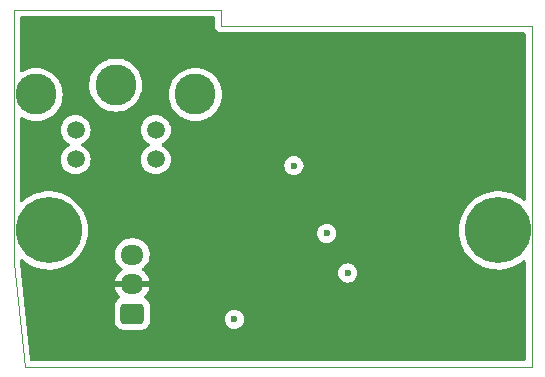
<source format=gbr>
G04 #@! TF.GenerationSoftware,KiCad,Pcbnew,(6.0.10)*
G04 #@! TF.CreationDate,2023-01-19T02:18:08+01:00*
G04 #@! TF.ProjectId,S-VHS ZX Spectrum Rev. D,532d5648-5320-45a5-9820-537065637472,rev?*
G04 #@! TF.SameCoordinates,Original*
G04 #@! TF.FileFunction,Copper,L2,Inr*
G04 #@! TF.FilePolarity,Positive*
%FSLAX46Y46*%
G04 Gerber Fmt 4.6, Leading zero omitted, Abs format (unit mm)*
G04 Created by KiCad (PCBNEW (6.0.10)) date 2023-01-19 02:18:08*
%MOMM*%
%LPD*%
G01*
G04 APERTURE LIST*
G04 Aperture macros list*
%AMRoundRect*
0 Rectangle with rounded corners*
0 $1 Rounding radius*
0 $2 $3 $4 $5 $6 $7 $8 $9 X,Y pos of 4 corners*
0 Add a 4 corners polygon primitive as box body*
4,1,4,$2,$3,$4,$5,$6,$7,$8,$9,$2,$3,0*
0 Add four circle primitives for the rounded corners*
1,1,$1+$1,$2,$3*
1,1,$1+$1,$4,$5*
1,1,$1+$1,$6,$7*
1,1,$1+$1,$8,$9*
0 Add four rect primitives between the rounded corners*
20,1,$1+$1,$2,$3,$4,$5,0*
20,1,$1+$1,$4,$5,$6,$7,0*
20,1,$1+$1,$6,$7,$8,$9,0*
20,1,$1+$1,$8,$9,$2,$3,0*%
G04 Aperture macros list end*
G04 #@! TA.AperFunction,Profile*
%ADD10C,0.050000*%
G04 #@! TD*
G04 #@! TA.AperFunction,ComponentPad*
%ADD11C,5.600000*%
G04 #@! TD*
G04 #@! TA.AperFunction,ComponentPad*
%ADD12C,1.500000*%
G04 #@! TD*
G04 #@! TA.AperFunction,ComponentPad*
%ADD13C,3.465000*%
G04 #@! TD*
G04 #@! TA.AperFunction,ComponentPad*
%ADD14RoundRect,0.250000X0.725000X-0.600000X0.725000X0.600000X-0.725000X0.600000X-0.725000X-0.600000X0*%
G04 #@! TD*
G04 #@! TA.AperFunction,ComponentPad*
%ADD15O,1.950000X1.700000*%
G04 #@! TD*
G04 #@! TA.AperFunction,ViaPad*
%ADD16C,0.600000*%
G04 #@! TD*
G04 #@! TA.AperFunction,ViaPad*
%ADD17C,1.200000*%
G04 #@! TD*
G04 APERTURE END LIST*
D10*
X135763000Y-105283000D02*
X136652000Y-114046000D01*
X179578000Y-85217000D02*
X179578000Y-114046000D01*
X135763000Y-83820000D02*
X135763000Y-105283000D01*
X179578000Y-85217000D02*
X153289000Y-85217000D01*
X153289000Y-83820000D02*
X135763000Y-83820000D01*
X179578000Y-114046000D02*
X136652000Y-114046000D01*
X153289000Y-85217000D02*
X153289000Y-83820000D01*
D11*
X176739000Y-102489000D03*
X138700000Y-102489000D03*
D12*
X140970000Y-93980000D03*
X147770000Y-93980000D03*
X140970000Y-96480000D03*
X147770000Y-96480000D03*
D13*
X137620000Y-90980000D03*
X144370000Y-90180000D03*
X151120000Y-90980000D03*
D14*
X145760000Y-109530000D03*
D15*
X145760000Y-107030000D03*
X145760000Y-104530000D03*
D16*
X162240000Y-102730000D03*
X159455000Y-97005000D03*
X154410000Y-110010000D03*
X164010000Y-106090000D03*
D17*
X174900000Y-97440000D03*
X166290000Y-102180000D03*
X177110000Y-109170000D03*
G04 #@! TA.AperFunction,Conductor*
G36*
X152722621Y-84348502D02*
G01*
X152769114Y-84402158D01*
X152780500Y-84454500D01*
X152780500Y-85208377D01*
X152780498Y-85209147D01*
X152780024Y-85286721D01*
X152782491Y-85295352D01*
X152788150Y-85315153D01*
X152791728Y-85331915D01*
X152795920Y-85361187D01*
X152799634Y-85369355D01*
X152799634Y-85369356D01*
X152806548Y-85384562D01*
X152812996Y-85402086D01*
X152820051Y-85426771D01*
X152824843Y-85434365D01*
X152824844Y-85434368D01*
X152835830Y-85451780D01*
X152843969Y-85466863D01*
X152856208Y-85493782D01*
X152862069Y-85500584D01*
X152872970Y-85513235D01*
X152884073Y-85528239D01*
X152897776Y-85549958D01*
X152904501Y-85555897D01*
X152904504Y-85555901D01*
X152919938Y-85569532D01*
X152931982Y-85581724D01*
X152945427Y-85597327D01*
X152945430Y-85597329D01*
X152951287Y-85604127D01*
X152958816Y-85609007D01*
X152958817Y-85609008D01*
X152972835Y-85618094D01*
X152987709Y-85629385D01*
X153000217Y-85640431D01*
X153006951Y-85646378D01*
X153033711Y-85658942D01*
X153048691Y-85667263D01*
X153065983Y-85678471D01*
X153065988Y-85678473D01*
X153073515Y-85683352D01*
X153082108Y-85685922D01*
X153082113Y-85685924D01*
X153098120Y-85690711D01*
X153115564Y-85697372D01*
X153130676Y-85704467D01*
X153130678Y-85704468D01*
X153138800Y-85708281D01*
X153147667Y-85709662D01*
X153147668Y-85709662D01*
X153157310Y-85711163D01*
X153168017Y-85712830D01*
X153184732Y-85716613D01*
X153204466Y-85722515D01*
X153204472Y-85722516D01*
X153213066Y-85725086D01*
X153222037Y-85725141D01*
X153222038Y-85725141D01*
X153232097Y-85725202D01*
X153247506Y-85725296D01*
X153248289Y-85725329D01*
X153249386Y-85725500D01*
X153280377Y-85725500D01*
X153281147Y-85725502D01*
X153354785Y-85725952D01*
X153354786Y-85725952D01*
X153358721Y-85725976D01*
X153360065Y-85725592D01*
X153361410Y-85725500D01*
X178943500Y-85725500D01*
X179011621Y-85745502D01*
X179058114Y-85799158D01*
X179069500Y-85851500D01*
X179069500Y-99850810D01*
X179049498Y-99918931D01*
X178995842Y-99965424D01*
X178925568Y-99975528D01*
X178867146Y-99951040D01*
X178604101Y-99750654D01*
X178604091Y-99750647D01*
X178601384Y-99748585D01*
X178598472Y-99746828D01*
X178598467Y-99746825D01*
X178297443Y-99565236D01*
X178297437Y-99565233D01*
X178294528Y-99563478D01*
X177969475Y-99412593D01*
X177799752Y-99355145D01*
X177633255Y-99298789D01*
X177633250Y-99298788D01*
X177630028Y-99297697D01*
X177431681Y-99253724D01*
X177283493Y-99220871D01*
X177283487Y-99220870D01*
X177280158Y-99220132D01*
X177276769Y-99219758D01*
X177276764Y-99219757D01*
X176927338Y-99181180D01*
X176927333Y-99181180D01*
X176923957Y-99180807D01*
X176920558Y-99180801D01*
X176920557Y-99180801D01*
X176751080Y-99180505D01*
X176565592Y-99180182D01*
X176452413Y-99192277D01*
X176212639Y-99217901D01*
X176212631Y-99217902D01*
X176209256Y-99218263D01*
X175859117Y-99294606D01*
X175519271Y-99408317D01*
X175516178Y-99409739D01*
X175516177Y-99409740D01*
X175509974Y-99412593D01*
X175193694Y-99558066D01*
X174886193Y-99742101D01*
X174883467Y-99744163D01*
X174883465Y-99744164D01*
X174609927Y-99951040D01*
X174600367Y-99958270D01*
X174339559Y-100204043D01*
X174106819Y-100476546D01*
X174104900Y-100479358D01*
X174104897Y-100479363D01*
X174011624Y-100616097D01*
X173904871Y-100772591D01*
X173736077Y-101088714D01*
X173602411Y-101421218D01*
X173601491Y-101424492D01*
X173601489Y-101424497D01*
X173599332Y-101432173D01*
X173505437Y-101766213D01*
X173504875Y-101769570D01*
X173504875Y-101769571D01*
X173450264Y-102095918D01*
X173446290Y-102119663D01*
X173425661Y-102477434D01*
X173443792Y-102835340D01*
X173444329Y-102838695D01*
X173444330Y-102838701D01*
X173454014Y-102899160D01*
X173500470Y-103189195D01*
X173595033Y-103534859D01*
X173726374Y-103868288D01*
X173753112Y-103919217D01*
X173870826Y-104143428D01*
X173892957Y-104185582D01*
X173894858Y-104188411D01*
X173894864Y-104188421D01*
X174077688Y-104460489D01*
X174092834Y-104483029D01*
X174323665Y-104757150D01*
X174582751Y-105004738D01*
X174867061Y-105222897D01*
X174913108Y-105250894D01*
X175170355Y-105407303D01*
X175170360Y-105407306D01*
X175173270Y-105409075D01*
X175176358Y-105410521D01*
X175176357Y-105410521D01*
X175494710Y-105559649D01*
X175494720Y-105559653D01*
X175497794Y-105561093D01*
X175501012Y-105562195D01*
X175501015Y-105562196D01*
X175833615Y-105676071D01*
X175833623Y-105676073D01*
X175836838Y-105677174D01*
X176186435Y-105755959D01*
X176238728Y-105761917D01*
X176539114Y-105796142D01*
X176539122Y-105796142D01*
X176542497Y-105796527D01*
X176545901Y-105796545D01*
X176545904Y-105796545D01*
X176740227Y-105797562D01*
X176900857Y-105798403D01*
X176904243Y-105798053D01*
X176904245Y-105798053D01*
X177253932Y-105761917D01*
X177253941Y-105761916D01*
X177257324Y-105761566D01*
X177260657Y-105760852D01*
X177260660Y-105760851D01*
X177445092Y-105721312D01*
X177607727Y-105686446D01*
X177947968Y-105573922D01*
X178274066Y-105425311D01*
X178422214Y-105337347D01*
X178579262Y-105244099D01*
X178579267Y-105244096D01*
X178582207Y-105242350D01*
X178867847Y-105027885D01*
X178934332Y-105002979D01*
X179003727Y-105017971D01*
X179054001Y-105068102D01*
X179069500Y-105128645D01*
X179069500Y-113411500D01*
X179049498Y-113479621D01*
X178995842Y-113526114D01*
X178943500Y-113537500D01*
X137225388Y-113537500D01*
X137157267Y-113517498D01*
X137110774Y-113463842D01*
X137100031Y-113424217D01*
X136770948Y-110180400D01*
X144276500Y-110180400D01*
X144276837Y-110183646D01*
X144276837Y-110183650D01*
X144280497Y-110218920D01*
X144287474Y-110286166D01*
X144343450Y-110453946D01*
X144436522Y-110604348D01*
X144561697Y-110729305D01*
X144567927Y-110733145D01*
X144567928Y-110733146D01*
X144705090Y-110817694D01*
X144712262Y-110822115D01*
X144792005Y-110848564D01*
X144873611Y-110875632D01*
X144873613Y-110875632D01*
X144880139Y-110877797D01*
X144886975Y-110878497D01*
X144886978Y-110878498D01*
X144930031Y-110882909D01*
X144984600Y-110888500D01*
X146535400Y-110888500D01*
X146538646Y-110888163D01*
X146538650Y-110888163D01*
X146634308Y-110878238D01*
X146634312Y-110878237D01*
X146641166Y-110877526D01*
X146647702Y-110875345D01*
X146647704Y-110875345D01*
X146779806Y-110831272D01*
X146808946Y-110821550D01*
X146959348Y-110728478D01*
X147084305Y-110603303D01*
X147140901Y-110511488D01*
X147173275Y-110458968D01*
X147173276Y-110458966D01*
X147177115Y-110452738D01*
X147232797Y-110284861D01*
X147243500Y-110180400D01*
X147243500Y-109998640D01*
X153596463Y-109998640D01*
X153614163Y-110179160D01*
X153671418Y-110351273D01*
X153675065Y-110357295D01*
X153675066Y-110357297D01*
X153729391Y-110446998D01*
X153765380Y-110506424D01*
X153891382Y-110636902D01*
X153897278Y-110640760D01*
X154032589Y-110729305D01*
X154043159Y-110736222D01*
X154049763Y-110738678D01*
X154049765Y-110738679D01*
X154206558Y-110796990D01*
X154206560Y-110796990D01*
X154213168Y-110799448D01*
X154296995Y-110810633D01*
X154385980Y-110822507D01*
X154385984Y-110822507D01*
X154392961Y-110823438D01*
X154399972Y-110822800D01*
X154399976Y-110822800D01*
X154542459Y-110809832D01*
X154573600Y-110806998D01*
X154580302Y-110804820D01*
X154580304Y-110804820D01*
X154739409Y-110753124D01*
X154739412Y-110753123D01*
X154746108Y-110750947D01*
X154901912Y-110658069D01*
X155033266Y-110532982D01*
X155133643Y-110381902D01*
X155198055Y-110212338D01*
X155199035Y-110205366D01*
X155222748Y-110036639D01*
X155222748Y-110036636D01*
X155223299Y-110032717D01*
X155223616Y-110010000D01*
X155203397Y-109829745D01*
X155201080Y-109823091D01*
X155146064Y-109665106D01*
X155146062Y-109665103D01*
X155143745Y-109658448D01*
X155047626Y-109504624D01*
X155033941Y-109490843D01*
X154924778Y-109380915D01*
X154924774Y-109380912D01*
X154919815Y-109375918D01*
X154908697Y-109368862D01*
X154860538Y-109338300D01*
X154766666Y-109278727D01*
X154737463Y-109268328D01*
X154602425Y-109220243D01*
X154602420Y-109220242D01*
X154595790Y-109217881D01*
X154588802Y-109217048D01*
X154588799Y-109217047D01*
X154465698Y-109202368D01*
X154415680Y-109196404D01*
X154408677Y-109197140D01*
X154408676Y-109197140D01*
X154242288Y-109214628D01*
X154242286Y-109214629D01*
X154235288Y-109215364D01*
X154063579Y-109273818D01*
X154057575Y-109277512D01*
X153915095Y-109365166D01*
X153915092Y-109365168D01*
X153909088Y-109368862D01*
X153904053Y-109373793D01*
X153904050Y-109373795D01*
X153784525Y-109490843D01*
X153779493Y-109495771D01*
X153681235Y-109648238D01*
X153678826Y-109654858D01*
X153678824Y-109654861D01*
X153621606Y-109812066D01*
X153619197Y-109818685D01*
X153596463Y-109998640D01*
X147243500Y-109998640D01*
X147243500Y-108879600D01*
X147232526Y-108773834D01*
X147176550Y-108606054D01*
X147083478Y-108455652D01*
X146958303Y-108330695D01*
X146812220Y-108240647D01*
X146764727Y-108187876D01*
X146753303Y-108117804D01*
X146781577Y-108052680D01*
X146791364Y-108042218D01*
X146901906Y-107936766D01*
X146908941Y-107928814D01*
X147040141Y-107752475D01*
X147045745Y-107743438D01*
X147145357Y-107547516D01*
X147149357Y-107537665D01*
X147214534Y-107327760D01*
X147216817Y-107317376D01*
X147218861Y-107301957D01*
X147216665Y-107287793D01*
X147203478Y-107284000D01*
X144318808Y-107284000D01*
X144305277Y-107287973D01*
X144303752Y-107298580D01*
X144328477Y-107416421D01*
X144331537Y-107426617D01*
X144412263Y-107631029D01*
X144416994Y-107640561D01*
X144531016Y-107828462D01*
X144537280Y-107837052D01*
X144681327Y-108003052D01*
X144688956Y-108010470D01*
X144720569Y-108036391D01*
X144760564Y-108095051D01*
X144762496Y-108166021D01*
X144725752Y-108226770D01*
X144706983Y-108240969D01*
X144560652Y-108331522D01*
X144435695Y-108456697D01*
X144342885Y-108607262D01*
X144287203Y-108775139D01*
X144276500Y-108879600D01*
X144276500Y-110180400D01*
X136770948Y-110180400D01*
X136272143Y-105263611D01*
X136271500Y-105250894D01*
X136271500Y-105039259D01*
X136291502Y-104971138D01*
X136345158Y-104924645D01*
X136415432Y-104914541D01*
X136484550Y-104948165D01*
X136543751Y-105004738D01*
X136828061Y-105222897D01*
X136874108Y-105250894D01*
X137131355Y-105407303D01*
X137131360Y-105407306D01*
X137134270Y-105409075D01*
X137137358Y-105410521D01*
X137137357Y-105410521D01*
X137455710Y-105559649D01*
X137455720Y-105559653D01*
X137458794Y-105561093D01*
X137462012Y-105562195D01*
X137462015Y-105562196D01*
X137794615Y-105676071D01*
X137794623Y-105676073D01*
X137797838Y-105677174D01*
X138147435Y-105755959D01*
X138199728Y-105761917D01*
X138500114Y-105796142D01*
X138500122Y-105796142D01*
X138503497Y-105796527D01*
X138506901Y-105796545D01*
X138506904Y-105796545D01*
X138701227Y-105797562D01*
X138861857Y-105798403D01*
X138865243Y-105798053D01*
X138865245Y-105798053D01*
X139214932Y-105761917D01*
X139214941Y-105761916D01*
X139218324Y-105761566D01*
X139221657Y-105760852D01*
X139221660Y-105760851D01*
X139406092Y-105721312D01*
X139568727Y-105686446D01*
X139908968Y-105573922D01*
X140235066Y-105425311D01*
X140383214Y-105337347D01*
X140540262Y-105244099D01*
X140540267Y-105244096D01*
X140543207Y-105242350D01*
X140829786Y-105027180D01*
X141091451Y-104782319D01*
X141325140Y-104510630D01*
X141355969Y-104465774D01*
X144273102Y-104465774D01*
X144281751Y-104696158D01*
X144329093Y-104921791D01*
X144331051Y-104926750D01*
X144331052Y-104926752D01*
X144375484Y-105039259D01*
X144413776Y-105136221D01*
X144416543Y-105140780D01*
X144416544Y-105140783D01*
X144466372Y-105222897D01*
X144533377Y-105333317D01*
X144536874Y-105337347D01*
X144636489Y-105452143D01*
X144684477Y-105507445D01*
X144688608Y-105510832D01*
X144858627Y-105650240D01*
X144858633Y-105650244D01*
X144862755Y-105653624D01*
X144867398Y-105656267D01*
X144894735Y-105671829D01*
X144944041Y-105722912D01*
X144957902Y-105792542D01*
X144931918Y-105858613D01*
X144902768Y-105885851D01*
X144785422Y-105964852D01*
X144777130Y-105971519D01*
X144618100Y-106123228D01*
X144611059Y-106131186D01*
X144479859Y-106307525D01*
X144474255Y-106316562D01*
X144374643Y-106512484D01*
X144370643Y-106522335D01*
X144305466Y-106732240D01*
X144303183Y-106742624D01*
X144301139Y-106758043D01*
X144303335Y-106772207D01*
X144316522Y-106776000D01*
X147201192Y-106776000D01*
X147214723Y-106772027D01*
X147216248Y-106761420D01*
X147191523Y-106643579D01*
X147188463Y-106633383D01*
X147107737Y-106428971D01*
X147103006Y-106419439D01*
X146988984Y-106231538D01*
X146982720Y-106222948D01*
X146857496Y-106078640D01*
X163196463Y-106078640D01*
X163214163Y-106259160D01*
X163271418Y-106431273D01*
X163275065Y-106437295D01*
X163275066Y-106437297D01*
X163326567Y-106522335D01*
X163365380Y-106586424D01*
X163491382Y-106716902D01*
X163643159Y-106816222D01*
X163649763Y-106818678D01*
X163649765Y-106818679D01*
X163806558Y-106876990D01*
X163806560Y-106876990D01*
X163813168Y-106879448D01*
X163896995Y-106890633D01*
X163985980Y-106902507D01*
X163985984Y-106902507D01*
X163992961Y-106903438D01*
X163999972Y-106902800D01*
X163999976Y-106902800D01*
X164142459Y-106889832D01*
X164173600Y-106886998D01*
X164180302Y-106884820D01*
X164180304Y-106884820D01*
X164339409Y-106833124D01*
X164339412Y-106833123D01*
X164346108Y-106830947D01*
X164444947Y-106772027D01*
X164495860Y-106741677D01*
X164495862Y-106741676D01*
X164501912Y-106738069D01*
X164633266Y-106612982D01*
X164733643Y-106461902D01*
X164798055Y-106292338D01*
X164799035Y-106285366D01*
X164822748Y-106116639D01*
X164822748Y-106116636D01*
X164823299Y-106112717D01*
X164823616Y-106090000D01*
X164803397Y-105909745D01*
X164801080Y-105903091D01*
X164746064Y-105745106D01*
X164746062Y-105745103D01*
X164743745Y-105738448D01*
X164647626Y-105584624D01*
X164638061Y-105574992D01*
X164524778Y-105460915D01*
X164524774Y-105460912D01*
X164519815Y-105455918D01*
X164508697Y-105448862D01*
X164460538Y-105418300D01*
X164366666Y-105358727D01*
X164306624Y-105337347D01*
X164202425Y-105300243D01*
X164202420Y-105300242D01*
X164195790Y-105297881D01*
X164188802Y-105297048D01*
X164188799Y-105297047D01*
X164065698Y-105282368D01*
X164015680Y-105276404D01*
X164008677Y-105277140D01*
X164008676Y-105277140D01*
X163842288Y-105294628D01*
X163842286Y-105294629D01*
X163835288Y-105295364D01*
X163663579Y-105353818D01*
X163657575Y-105357512D01*
X163515095Y-105445166D01*
X163515092Y-105445168D01*
X163509088Y-105448862D01*
X163504053Y-105453793D01*
X163504050Y-105453795D01*
X163393355Y-105562196D01*
X163379493Y-105575771D01*
X163281235Y-105728238D01*
X163278826Y-105734858D01*
X163278824Y-105734861D01*
X163222904Y-105888500D01*
X163219197Y-105898685D01*
X163196463Y-106078640D01*
X146857496Y-106078640D01*
X146838673Y-106056948D01*
X146831042Y-106049528D01*
X146661089Y-105910174D01*
X146652326Y-105904152D01*
X146625289Y-105888762D01*
X146575982Y-105837680D01*
X146562120Y-105768049D01*
X146588103Y-105701978D01*
X146617253Y-105674739D01*
X146670532Y-105638869D01*
X146739319Y-105592559D01*
X146750710Y-105581693D01*
X146882555Y-105455918D01*
X146906135Y-105433424D01*
X147043754Y-105248458D01*
X147046860Y-105242350D01*
X147104670Y-105128645D01*
X147148240Y-105042949D01*
X147153137Y-105027180D01*
X147215024Y-104827871D01*
X147216607Y-104822773D01*
X147224993Y-104759504D01*
X147246198Y-104599511D01*
X147246198Y-104599506D01*
X147246898Y-104594226D01*
X147238249Y-104363842D01*
X147190907Y-104138209D01*
X147106224Y-103923779D01*
X146986623Y-103726683D01*
X146899755Y-103626576D01*
X146839023Y-103556588D01*
X146839021Y-103556586D01*
X146835523Y-103552555D01*
X146738650Y-103473124D01*
X146661373Y-103409760D01*
X146661367Y-103409756D01*
X146657245Y-103406376D01*
X146652609Y-103403737D01*
X146652606Y-103403735D01*
X146461529Y-103294968D01*
X146456886Y-103292325D01*
X146240175Y-103213663D01*
X146234926Y-103212714D01*
X146234923Y-103212713D01*
X146017392Y-103173377D01*
X146017385Y-103173376D01*
X146013308Y-103172639D01*
X145995586Y-103171803D01*
X145990644Y-103171570D01*
X145990637Y-103171570D01*
X145989156Y-103171500D01*
X145577110Y-103171500D01*
X145510191Y-103177178D01*
X145410591Y-103185629D01*
X145410587Y-103185630D01*
X145405280Y-103186080D01*
X145400125Y-103187418D01*
X145400119Y-103187419D01*
X145187297Y-103242657D01*
X145187293Y-103242658D01*
X145182128Y-103243999D01*
X145177262Y-103246191D01*
X145177259Y-103246192D01*
X145068980Y-103294968D01*
X144971925Y-103338688D01*
X144780681Y-103467441D01*
X144776824Y-103471120D01*
X144776822Y-103471122D01*
X144713459Y-103531568D01*
X144613865Y-103626576D01*
X144476246Y-103811542D01*
X144473830Y-103816293D01*
X144473828Y-103816297D01*
X144447395Y-103868288D01*
X144371760Y-104017051D01*
X144370178Y-104022145D01*
X144370177Y-104022148D01*
X144320368Y-104182560D01*
X144303393Y-104237227D01*
X144302692Y-104242516D01*
X144287304Y-104358623D01*
X144273102Y-104465774D01*
X141355969Y-104465774D01*
X141431750Y-104355512D01*
X141526190Y-104218101D01*
X141526195Y-104218094D01*
X141528120Y-104215292D01*
X141529732Y-104212298D01*
X141529737Y-104212290D01*
X141696395Y-103902772D01*
X141698017Y-103899760D01*
X141832842Y-103567724D01*
X141843142Y-103531568D01*
X141865703Y-103452364D01*
X141931020Y-103223070D01*
X141991401Y-102869828D01*
X141993511Y-102835340D01*
X142000648Y-102718640D01*
X161426463Y-102718640D01*
X161444163Y-102899160D01*
X161501418Y-103071273D01*
X161505065Y-103077295D01*
X161505066Y-103077297D01*
X161591319Y-103219718D01*
X161595380Y-103226424D01*
X161721382Y-103356902D01*
X161873159Y-103456222D01*
X161879763Y-103458678D01*
X161879765Y-103458679D01*
X162036558Y-103516990D01*
X162036560Y-103516990D01*
X162043168Y-103519448D01*
X162126995Y-103530633D01*
X162215980Y-103542507D01*
X162215984Y-103542507D01*
X162222961Y-103543438D01*
X162229972Y-103542800D01*
X162229976Y-103542800D01*
X162372459Y-103529832D01*
X162403600Y-103526998D01*
X162410302Y-103524820D01*
X162410304Y-103524820D01*
X162569409Y-103473124D01*
X162569412Y-103473123D01*
X162576108Y-103470947D01*
X162731912Y-103378069D01*
X162863266Y-103252982D01*
X162963643Y-103101902D01*
X163028055Y-102932338D01*
X163029035Y-102925366D01*
X163052748Y-102756639D01*
X163052748Y-102756636D01*
X163053299Y-102752717D01*
X163053616Y-102730000D01*
X163033397Y-102549745D01*
X163031080Y-102543091D01*
X162976064Y-102385106D01*
X162976062Y-102385103D01*
X162973745Y-102378448D01*
X162877626Y-102224624D01*
X162863941Y-102210843D01*
X162754778Y-102100915D01*
X162754774Y-102100912D01*
X162749815Y-102095918D01*
X162738697Y-102088862D01*
X162690538Y-102058300D01*
X162596666Y-101998727D01*
X162567463Y-101988328D01*
X162432425Y-101940243D01*
X162432420Y-101940242D01*
X162425790Y-101937881D01*
X162418802Y-101937048D01*
X162418799Y-101937047D01*
X162295698Y-101922368D01*
X162245680Y-101916404D01*
X162238677Y-101917140D01*
X162238676Y-101917140D01*
X162072288Y-101934628D01*
X162072286Y-101934629D01*
X162065288Y-101935364D01*
X161893579Y-101993818D01*
X161887575Y-101997512D01*
X161745095Y-102085166D01*
X161745092Y-102085168D01*
X161739088Y-102088862D01*
X161734053Y-102093793D01*
X161734050Y-102093795D01*
X161614525Y-102210843D01*
X161609493Y-102215771D01*
X161511235Y-102368238D01*
X161508826Y-102374858D01*
X161508824Y-102374861D01*
X161467938Y-102487194D01*
X161449197Y-102538685D01*
X161426463Y-102718640D01*
X142000648Y-102718640D01*
X142010549Y-102556744D01*
X142013278Y-102512131D01*
X142013359Y-102489000D01*
X141993979Y-102131159D01*
X141936066Y-101777505D01*
X141840297Y-101432173D01*
X141837243Y-101424497D01*
X141709052Y-101102369D01*
X141707793Y-101099205D01*
X141677768Y-101042498D01*
X141541702Y-100785513D01*
X141541698Y-100785506D01*
X141540103Y-100782494D01*
X141339190Y-100485746D01*
X141107403Y-100212432D01*
X140847454Y-99965750D01*
X140562384Y-99748585D01*
X140559472Y-99746828D01*
X140559467Y-99746825D01*
X140258443Y-99565236D01*
X140258437Y-99565233D01*
X140255528Y-99563478D01*
X139930475Y-99412593D01*
X139760752Y-99355145D01*
X139594255Y-99298789D01*
X139594250Y-99298788D01*
X139591028Y-99297697D01*
X139392681Y-99253724D01*
X139244493Y-99220871D01*
X139244487Y-99220870D01*
X139241158Y-99220132D01*
X139237769Y-99219758D01*
X139237764Y-99219757D01*
X138888338Y-99181180D01*
X138888333Y-99181180D01*
X138884957Y-99180807D01*
X138881558Y-99180801D01*
X138881557Y-99180801D01*
X138712080Y-99180505D01*
X138526592Y-99180182D01*
X138413413Y-99192277D01*
X138173639Y-99217901D01*
X138173631Y-99217902D01*
X138170256Y-99218263D01*
X137820117Y-99294606D01*
X137480271Y-99408317D01*
X137477178Y-99409739D01*
X137477177Y-99409740D01*
X137470974Y-99412593D01*
X137154694Y-99558066D01*
X136847193Y-99742101D01*
X136844467Y-99744163D01*
X136844465Y-99744164D01*
X136570927Y-99951040D01*
X136561367Y-99958270D01*
X136558882Y-99960612D01*
X136558877Y-99960616D01*
X136483913Y-100031259D01*
X136420619Y-100063421D01*
X136349985Y-100056257D01*
X136294436Y-100012043D01*
X136271500Y-99939560D01*
X136271500Y-96480000D01*
X139706693Y-96480000D01*
X139725885Y-96699371D01*
X139782880Y-96912076D01*
X139820914Y-96993640D01*
X139873618Y-97106666D01*
X139873621Y-97106671D01*
X139875944Y-97111653D01*
X139879100Y-97116160D01*
X139879101Y-97116162D01*
X139938062Y-97200366D01*
X140002251Y-97292038D01*
X140157962Y-97447749D01*
X140338346Y-97574056D01*
X140537924Y-97667120D01*
X140750629Y-97724115D01*
X140970000Y-97743307D01*
X141189371Y-97724115D01*
X141402076Y-97667120D01*
X141601654Y-97574056D01*
X141782038Y-97447749D01*
X141937749Y-97292038D01*
X142001939Y-97200366D01*
X142060899Y-97116162D01*
X142060900Y-97116160D01*
X142064056Y-97111653D01*
X142066379Y-97106671D01*
X142066382Y-97106666D01*
X142119086Y-96993640D01*
X142157120Y-96912076D01*
X142214115Y-96699371D01*
X142233307Y-96480000D01*
X146506693Y-96480000D01*
X146525885Y-96699371D01*
X146582880Y-96912076D01*
X146620914Y-96993640D01*
X146673618Y-97106666D01*
X146673621Y-97106671D01*
X146675944Y-97111653D01*
X146679100Y-97116160D01*
X146679101Y-97116162D01*
X146738062Y-97200366D01*
X146802251Y-97292038D01*
X146957962Y-97447749D01*
X147138346Y-97574056D01*
X147337924Y-97667120D01*
X147550629Y-97724115D01*
X147770000Y-97743307D01*
X147989371Y-97724115D01*
X148202076Y-97667120D01*
X148401654Y-97574056D01*
X148582038Y-97447749D01*
X148737749Y-97292038D01*
X148801939Y-97200366D01*
X148860899Y-97116162D01*
X148860900Y-97116160D01*
X148864056Y-97111653D01*
X148866379Y-97106671D01*
X148866382Y-97106666D01*
X148919086Y-96993640D01*
X158641463Y-96993640D01*
X158659163Y-97174160D01*
X158716418Y-97346273D01*
X158720065Y-97352295D01*
X158720066Y-97352297D01*
X158779787Y-97450908D01*
X158810380Y-97501424D01*
X158936382Y-97631902D01*
X158942278Y-97635760D01*
X159075124Y-97722692D01*
X159088159Y-97731222D01*
X159094763Y-97733678D01*
X159094765Y-97733679D01*
X159251558Y-97791990D01*
X159251560Y-97791990D01*
X159258168Y-97794448D01*
X159341995Y-97805633D01*
X159430980Y-97817507D01*
X159430984Y-97817507D01*
X159437961Y-97818438D01*
X159444972Y-97817800D01*
X159444976Y-97817800D01*
X159587459Y-97804832D01*
X159618600Y-97801998D01*
X159625302Y-97799820D01*
X159625304Y-97799820D01*
X159784409Y-97748124D01*
X159784412Y-97748123D01*
X159791108Y-97745947D01*
X159920954Y-97668543D01*
X159940860Y-97656677D01*
X159940862Y-97656676D01*
X159946912Y-97653069D01*
X160078266Y-97527982D01*
X160178643Y-97376902D01*
X160243055Y-97207338D01*
X160244035Y-97200366D01*
X160267748Y-97031639D01*
X160267748Y-97031636D01*
X160268299Y-97027717D01*
X160268616Y-97005000D01*
X160248397Y-96824745D01*
X160246080Y-96818091D01*
X160191064Y-96660106D01*
X160191062Y-96660103D01*
X160188745Y-96653448D01*
X160092626Y-96499624D01*
X160078941Y-96485843D01*
X159969778Y-96375915D01*
X159969774Y-96375912D01*
X159964815Y-96370918D01*
X159953697Y-96363862D01*
X159905538Y-96333300D01*
X159811666Y-96273727D01*
X159782463Y-96263328D01*
X159647425Y-96215243D01*
X159647420Y-96215242D01*
X159640790Y-96212881D01*
X159633802Y-96212048D01*
X159633799Y-96212047D01*
X159510698Y-96197368D01*
X159460680Y-96191404D01*
X159453677Y-96192140D01*
X159453676Y-96192140D01*
X159287288Y-96209628D01*
X159287286Y-96209629D01*
X159280288Y-96210364D01*
X159132634Y-96260629D01*
X159116546Y-96266106D01*
X159108579Y-96268818D01*
X159102575Y-96272512D01*
X158960095Y-96360166D01*
X158960092Y-96360168D01*
X158954088Y-96363862D01*
X158949053Y-96368793D01*
X158949050Y-96368795D01*
X158841083Y-96474525D01*
X158824493Y-96490771D01*
X158726235Y-96643238D01*
X158723826Y-96649858D01*
X158723824Y-96649861D01*
X158705804Y-96699371D01*
X158664197Y-96813685D01*
X158641463Y-96993640D01*
X148919086Y-96993640D01*
X148957120Y-96912076D01*
X149014115Y-96699371D01*
X149033307Y-96480000D01*
X149014115Y-96260629D01*
X148957120Y-96047924D01*
X148913585Y-95954562D01*
X148866382Y-95853334D01*
X148866379Y-95853329D01*
X148864056Y-95848347D01*
X148737749Y-95667962D01*
X148582038Y-95512251D01*
X148401654Y-95385944D01*
X148396666Y-95383618D01*
X148396663Y-95383616D01*
X148312123Y-95344195D01*
X148258837Y-95297278D01*
X148239376Y-95229001D01*
X148259918Y-95161041D01*
X148312123Y-95115805D01*
X148396663Y-95076384D01*
X148396669Y-95076380D01*
X148401654Y-95074056D01*
X148582038Y-94947749D01*
X148737749Y-94792038D01*
X148864056Y-94611653D01*
X148866379Y-94606671D01*
X148866382Y-94606666D01*
X148954795Y-94417061D01*
X148957120Y-94412076D01*
X149014115Y-94199371D01*
X149033307Y-93980000D01*
X149014115Y-93760629D01*
X148957120Y-93547924D01*
X148913585Y-93454562D01*
X148866382Y-93353334D01*
X148866379Y-93353329D01*
X148864056Y-93348347D01*
X148860899Y-93343838D01*
X148740908Y-93172473D01*
X148740906Y-93172470D01*
X148737749Y-93167962D01*
X148582038Y-93012251D01*
X148401654Y-92885944D01*
X148202076Y-92792880D01*
X147989371Y-92735885D01*
X147770000Y-92716693D01*
X147550629Y-92735885D01*
X147337924Y-92792880D01*
X147244562Y-92836415D01*
X147143334Y-92883618D01*
X147143329Y-92883621D01*
X147138347Y-92885944D01*
X147133840Y-92889100D01*
X147133838Y-92889101D01*
X146962473Y-93009092D01*
X146962470Y-93009094D01*
X146957962Y-93012251D01*
X146802251Y-93167962D01*
X146799094Y-93172470D01*
X146799092Y-93172473D01*
X146679101Y-93343838D01*
X146675944Y-93348347D01*
X146673621Y-93353329D01*
X146673618Y-93353334D01*
X146626415Y-93454562D01*
X146582880Y-93547924D01*
X146525885Y-93760629D01*
X146506693Y-93980000D01*
X146525885Y-94199371D01*
X146582880Y-94412076D01*
X146585205Y-94417061D01*
X146673618Y-94606666D01*
X146673621Y-94606671D01*
X146675944Y-94611653D01*
X146802251Y-94792038D01*
X146957962Y-94947749D01*
X147138346Y-95074056D01*
X147143331Y-95076380D01*
X147143337Y-95076384D01*
X147227877Y-95115805D01*
X147281163Y-95162722D01*
X147300624Y-95230999D01*
X147280082Y-95298959D01*
X147227878Y-95344195D01*
X147143334Y-95383618D01*
X147143329Y-95383621D01*
X147138347Y-95385944D01*
X147133840Y-95389100D01*
X147133838Y-95389101D01*
X146962473Y-95509092D01*
X146962470Y-95509094D01*
X146957962Y-95512251D01*
X146802251Y-95667962D01*
X146675944Y-95848347D01*
X146673621Y-95853329D01*
X146673618Y-95853334D01*
X146626415Y-95954562D01*
X146582880Y-96047924D01*
X146525885Y-96260629D01*
X146506693Y-96480000D01*
X142233307Y-96480000D01*
X142214115Y-96260629D01*
X142157120Y-96047924D01*
X142113585Y-95954562D01*
X142066382Y-95853334D01*
X142066379Y-95853329D01*
X142064056Y-95848347D01*
X141937749Y-95667962D01*
X141782038Y-95512251D01*
X141601654Y-95385944D01*
X141596666Y-95383618D01*
X141596663Y-95383616D01*
X141512123Y-95344195D01*
X141458837Y-95297278D01*
X141439376Y-95229001D01*
X141459918Y-95161041D01*
X141512123Y-95115805D01*
X141596663Y-95076384D01*
X141596669Y-95076380D01*
X141601654Y-95074056D01*
X141782038Y-94947749D01*
X141937749Y-94792038D01*
X142064056Y-94611653D01*
X142066379Y-94606671D01*
X142066382Y-94606666D01*
X142154795Y-94417061D01*
X142157120Y-94412076D01*
X142214115Y-94199371D01*
X142233307Y-93980000D01*
X142214115Y-93760629D01*
X142157120Y-93547924D01*
X142113585Y-93454562D01*
X142066382Y-93353334D01*
X142066379Y-93353329D01*
X142064056Y-93348347D01*
X142060899Y-93343838D01*
X141940908Y-93172473D01*
X141940906Y-93172470D01*
X141937749Y-93167962D01*
X141782038Y-93012251D01*
X141601654Y-92885944D01*
X141402076Y-92792880D01*
X141189371Y-92735885D01*
X140970000Y-92716693D01*
X140750629Y-92735885D01*
X140537924Y-92792880D01*
X140444562Y-92836415D01*
X140343334Y-92883618D01*
X140343329Y-92883621D01*
X140338347Y-92885944D01*
X140333840Y-92889100D01*
X140333838Y-92889101D01*
X140162473Y-93009092D01*
X140162470Y-93009094D01*
X140157962Y-93012251D01*
X140002251Y-93167962D01*
X139999094Y-93172470D01*
X139999092Y-93172473D01*
X139879101Y-93343838D01*
X139875944Y-93348347D01*
X139873621Y-93353329D01*
X139873618Y-93353334D01*
X139826415Y-93454562D01*
X139782880Y-93547924D01*
X139725885Y-93760629D01*
X139706693Y-93980000D01*
X139725885Y-94199371D01*
X139782880Y-94412076D01*
X139785205Y-94417061D01*
X139873618Y-94606666D01*
X139873621Y-94606671D01*
X139875944Y-94611653D01*
X140002251Y-94792038D01*
X140157962Y-94947749D01*
X140338346Y-95074056D01*
X140343331Y-95076380D01*
X140343337Y-95076384D01*
X140427877Y-95115805D01*
X140481163Y-95162722D01*
X140500624Y-95230999D01*
X140480082Y-95298959D01*
X140427878Y-95344195D01*
X140343334Y-95383618D01*
X140343329Y-95383621D01*
X140338347Y-95385944D01*
X140333840Y-95389100D01*
X140333838Y-95389101D01*
X140162473Y-95509092D01*
X140162470Y-95509094D01*
X140157962Y-95512251D01*
X140002251Y-95667962D01*
X139875944Y-95848347D01*
X139873621Y-95853329D01*
X139873618Y-95853334D01*
X139826415Y-95954562D01*
X139782880Y-96047924D01*
X139725885Y-96260629D01*
X139706693Y-96480000D01*
X136271500Y-96480000D01*
X136271500Y-93009918D01*
X136291502Y-92941797D01*
X136345158Y-92895304D01*
X136415432Y-92885200D01*
X136467503Y-92905153D01*
X136497096Y-92924927D01*
X136500795Y-92926751D01*
X136500800Y-92926754D01*
X136635967Y-92993410D01*
X136760566Y-93054856D01*
X136764471Y-93056181D01*
X136764472Y-93056182D01*
X137034835Y-93147958D01*
X137034838Y-93147959D01*
X137038742Y-93149284D01*
X137042781Y-93150087D01*
X137042787Y-93150089D01*
X137322820Y-93205791D01*
X137322823Y-93205791D01*
X137326863Y-93206595D01*
X137330974Y-93206864D01*
X137330978Y-93206865D01*
X137615881Y-93225538D01*
X137620000Y-93225808D01*
X137624119Y-93225538D01*
X137909022Y-93206865D01*
X137909026Y-93206864D01*
X137913137Y-93206595D01*
X137917177Y-93205791D01*
X137917180Y-93205791D01*
X138197213Y-93150089D01*
X138197219Y-93150087D01*
X138201258Y-93149284D01*
X138205162Y-93147959D01*
X138205165Y-93147958D01*
X138475528Y-93056182D01*
X138475529Y-93056181D01*
X138479434Y-93054856D01*
X138604033Y-92993410D01*
X138739200Y-92926754D01*
X138739205Y-92926751D01*
X138742904Y-92924927D01*
X138987161Y-92761719D01*
X139208026Y-92568026D01*
X139401719Y-92347161D01*
X139564927Y-92102904D01*
X139694856Y-91839434D01*
X139789284Y-91561258D01*
X139791471Y-91550267D01*
X139845791Y-91277180D01*
X139845791Y-91277177D01*
X139846595Y-91273137D01*
X139865808Y-90980000D01*
X139846595Y-90686863D01*
X139845791Y-90682820D01*
X139790089Y-90402787D01*
X139790087Y-90402781D01*
X139789284Y-90398742D01*
X139715031Y-90180000D01*
X142124192Y-90180000D01*
X142143405Y-90473137D01*
X142144209Y-90477177D01*
X142144209Y-90477180D01*
X142185114Y-90682820D01*
X142200716Y-90761258D01*
X142295144Y-91039434D01*
X142296968Y-91043132D01*
X142410394Y-91273137D01*
X142425073Y-91302904D01*
X142588281Y-91547161D01*
X142781974Y-91768026D01*
X143002839Y-91961719D01*
X143247096Y-92124927D01*
X143250795Y-92126751D01*
X143250800Y-92126754D01*
X143385967Y-92193410D01*
X143510566Y-92254856D01*
X143514471Y-92256181D01*
X143514472Y-92256182D01*
X143784835Y-92347958D01*
X143784838Y-92347959D01*
X143788742Y-92349284D01*
X143792781Y-92350087D01*
X143792787Y-92350089D01*
X144072820Y-92405791D01*
X144072823Y-92405791D01*
X144076863Y-92406595D01*
X144080974Y-92406864D01*
X144080978Y-92406865D01*
X144365881Y-92425538D01*
X144370000Y-92425808D01*
X144374119Y-92425538D01*
X144659022Y-92406865D01*
X144659026Y-92406864D01*
X144663137Y-92406595D01*
X144667177Y-92405791D01*
X144667180Y-92405791D01*
X144947213Y-92350089D01*
X144947219Y-92350087D01*
X144951258Y-92349284D01*
X144955162Y-92347959D01*
X144955165Y-92347958D01*
X145225528Y-92256182D01*
X145225529Y-92256181D01*
X145229434Y-92254856D01*
X145354033Y-92193410D01*
X145489200Y-92126754D01*
X145489205Y-92126751D01*
X145492904Y-92124927D01*
X145737161Y-91961719D01*
X145958026Y-91768026D01*
X146151719Y-91547161D01*
X146314927Y-91302904D01*
X146329607Y-91273137D01*
X146443032Y-91043132D01*
X146444856Y-91039434D01*
X146465031Y-90980000D01*
X148874192Y-90980000D01*
X148893405Y-91273137D01*
X148894209Y-91277177D01*
X148894209Y-91277180D01*
X148948530Y-91550267D01*
X148950716Y-91561258D01*
X149045144Y-91839434D01*
X149175073Y-92102904D01*
X149338281Y-92347161D01*
X149531974Y-92568026D01*
X149752839Y-92761719D01*
X149997096Y-92924927D01*
X150000795Y-92926751D01*
X150000800Y-92926754D01*
X150135967Y-92993410D01*
X150260566Y-93054856D01*
X150264471Y-93056181D01*
X150264472Y-93056182D01*
X150534835Y-93147958D01*
X150534838Y-93147959D01*
X150538742Y-93149284D01*
X150542781Y-93150087D01*
X150542787Y-93150089D01*
X150822820Y-93205791D01*
X150822823Y-93205791D01*
X150826863Y-93206595D01*
X150830974Y-93206864D01*
X150830978Y-93206865D01*
X151115881Y-93225538D01*
X151120000Y-93225808D01*
X151124119Y-93225538D01*
X151409022Y-93206865D01*
X151409026Y-93206864D01*
X151413137Y-93206595D01*
X151417177Y-93205791D01*
X151417180Y-93205791D01*
X151697213Y-93150089D01*
X151697219Y-93150087D01*
X151701258Y-93149284D01*
X151705162Y-93147959D01*
X151705165Y-93147958D01*
X151975528Y-93056182D01*
X151975529Y-93056181D01*
X151979434Y-93054856D01*
X152104033Y-92993410D01*
X152239200Y-92926754D01*
X152239205Y-92926751D01*
X152242904Y-92924927D01*
X152487161Y-92761719D01*
X152708026Y-92568026D01*
X152901719Y-92347161D01*
X153064927Y-92102904D01*
X153194856Y-91839434D01*
X153289284Y-91561258D01*
X153291471Y-91550267D01*
X153345791Y-91277180D01*
X153345791Y-91277177D01*
X153346595Y-91273137D01*
X153365808Y-90980000D01*
X153346595Y-90686863D01*
X153345791Y-90682820D01*
X153290089Y-90402787D01*
X153290087Y-90402781D01*
X153289284Y-90398742D01*
X153194856Y-90120566D01*
X153081636Y-89890978D01*
X153066754Y-89860800D01*
X153066751Y-89860795D01*
X153064927Y-89857096D01*
X152901719Y-89612839D01*
X152708026Y-89391974D01*
X152487161Y-89198281D01*
X152242904Y-89035073D01*
X152239205Y-89033249D01*
X152239200Y-89033246D01*
X152070559Y-88950082D01*
X151979434Y-88905144D01*
X151975528Y-88903818D01*
X151705165Y-88812042D01*
X151705162Y-88812041D01*
X151701258Y-88810716D01*
X151697219Y-88809913D01*
X151697213Y-88809911D01*
X151417180Y-88754209D01*
X151417177Y-88754209D01*
X151413137Y-88753405D01*
X151409026Y-88753136D01*
X151409022Y-88753135D01*
X151124119Y-88734462D01*
X151120000Y-88734192D01*
X151115881Y-88734462D01*
X150830978Y-88753135D01*
X150830974Y-88753136D01*
X150826863Y-88753405D01*
X150822823Y-88754209D01*
X150822820Y-88754209D01*
X150542787Y-88809911D01*
X150542781Y-88809913D01*
X150538742Y-88810716D01*
X150534838Y-88812041D01*
X150534835Y-88812042D01*
X150264472Y-88903818D01*
X150260566Y-88905144D01*
X150169441Y-88950082D01*
X150000800Y-89033246D01*
X150000795Y-89033249D01*
X149997096Y-89035073D01*
X149752839Y-89198281D01*
X149531974Y-89391974D01*
X149338281Y-89612839D01*
X149175073Y-89857096D01*
X149173249Y-89860795D01*
X149173246Y-89860800D01*
X149158364Y-89890978D01*
X149045144Y-90120566D01*
X148950716Y-90398742D01*
X148949913Y-90402781D01*
X148949911Y-90402787D01*
X148894209Y-90682820D01*
X148893405Y-90686863D01*
X148874192Y-90980000D01*
X146465031Y-90980000D01*
X146539284Y-90761258D01*
X146554887Y-90682820D01*
X146595791Y-90477180D01*
X146595791Y-90477177D01*
X146596595Y-90473137D01*
X146615808Y-90180000D01*
X146596595Y-89886863D01*
X146589991Y-89853663D01*
X146540089Y-89602787D01*
X146540087Y-89602781D01*
X146539284Y-89598742D01*
X146444856Y-89320566D01*
X146314927Y-89057096D01*
X146151719Y-88812839D01*
X145958026Y-88591974D01*
X145737161Y-88398281D01*
X145492904Y-88235073D01*
X145489205Y-88233249D01*
X145489200Y-88233246D01*
X145354033Y-88166590D01*
X145229434Y-88105144D01*
X145225528Y-88103818D01*
X144955165Y-88012042D01*
X144955162Y-88012041D01*
X144951258Y-88010716D01*
X144947219Y-88009913D01*
X144947213Y-88009911D01*
X144667180Y-87954209D01*
X144667177Y-87954209D01*
X144663137Y-87953405D01*
X144659026Y-87953136D01*
X144659022Y-87953135D01*
X144374119Y-87934462D01*
X144370000Y-87934192D01*
X144365881Y-87934462D01*
X144080978Y-87953135D01*
X144080974Y-87953136D01*
X144076863Y-87953405D01*
X144072823Y-87954209D01*
X144072820Y-87954209D01*
X143792787Y-88009911D01*
X143792781Y-88009913D01*
X143788742Y-88010716D01*
X143784838Y-88012041D01*
X143784835Y-88012042D01*
X143514472Y-88103818D01*
X143510566Y-88105144D01*
X143385967Y-88166590D01*
X143250800Y-88233246D01*
X143250795Y-88233249D01*
X143247096Y-88235073D01*
X143002839Y-88398281D01*
X142781974Y-88591974D01*
X142588281Y-88812839D01*
X142425073Y-89057096D01*
X142295144Y-89320566D01*
X142200716Y-89598742D01*
X142199913Y-89602781D01*
X142199911Y-89602787D01*
X142150009Y-89853663D01*
X142143405Y-89886863D01*
X142124192Y-90180000D01*
X139715031Y-90180000D01*
X139694856Y-90120566D01*
X139581636Y-89890978D01*
X139566754Y-89860800D01*
X139566751Y-89860795D01*
X139564927Y-89857096D01*
X139401719Y-89612839D01*
X139208026Y-89391974D01*
X138987161Y-89198281D01*
X138742904Y-89035073D01*
X138739205Y-89033249D01*
X138739200Y-89033246D01*
X138570559Y-88950082D01*
X138479434Y-88905144D01*
X138475528Y-88903818D01*
X138205165Y-88812042D01*
X138205162Y-88812041D01*
X138201258Y-88810716D01*
X138197219Y-88809913D01*
X138197213Y-88809911D01*
X137917180Y-88754209D01*
X137917177Y-88754209D01*
X137913137Y-88753405D01*
X137909026Y-88753136D01*
X137909022Y-88753135D01*
X137624119Y-88734462D01*
X137620000Y-88734192D01*
X137615881Y-88734462D01*
X137330978Y-88753135D01*
X137330974Y-88753136D01*
X137326863Y-88753405D01*
X137322823Y-88754209D01*
X137322820Y-88754209D01*
X137042787Y-88809911D01*
X137042781Y-88809913D01*
X137038742Y-88810716D01*
X137034838Y-88812041D01*
X137034835Y-88812042D01*
X136764472Y-88903818D01*
X136760566Y-88905144D01*
X136669441Y-88950082D01*
X136500800Y-89033246D01*
X136500795Y-89033249D01*
X136497096Y-89035073D01*
X136493663Y-89037367D01*
X136467502Y-89054847D01*
X136399749Y-89076062D01*
X136331282Y-89057279D01*
X136283839Y-89004461D01*
X136271500Y-88950082D01*
X136271500Y-84454500D01*
X136291502Y-84386379D01*
X136345158Y-84339886D01*
X136397500Y-84328500D01*
X152654500Y-84328500D01*
X152722621Y-84348502D01*
G37*
G04 #@! TD.AperFunction*
M02*

</source>
